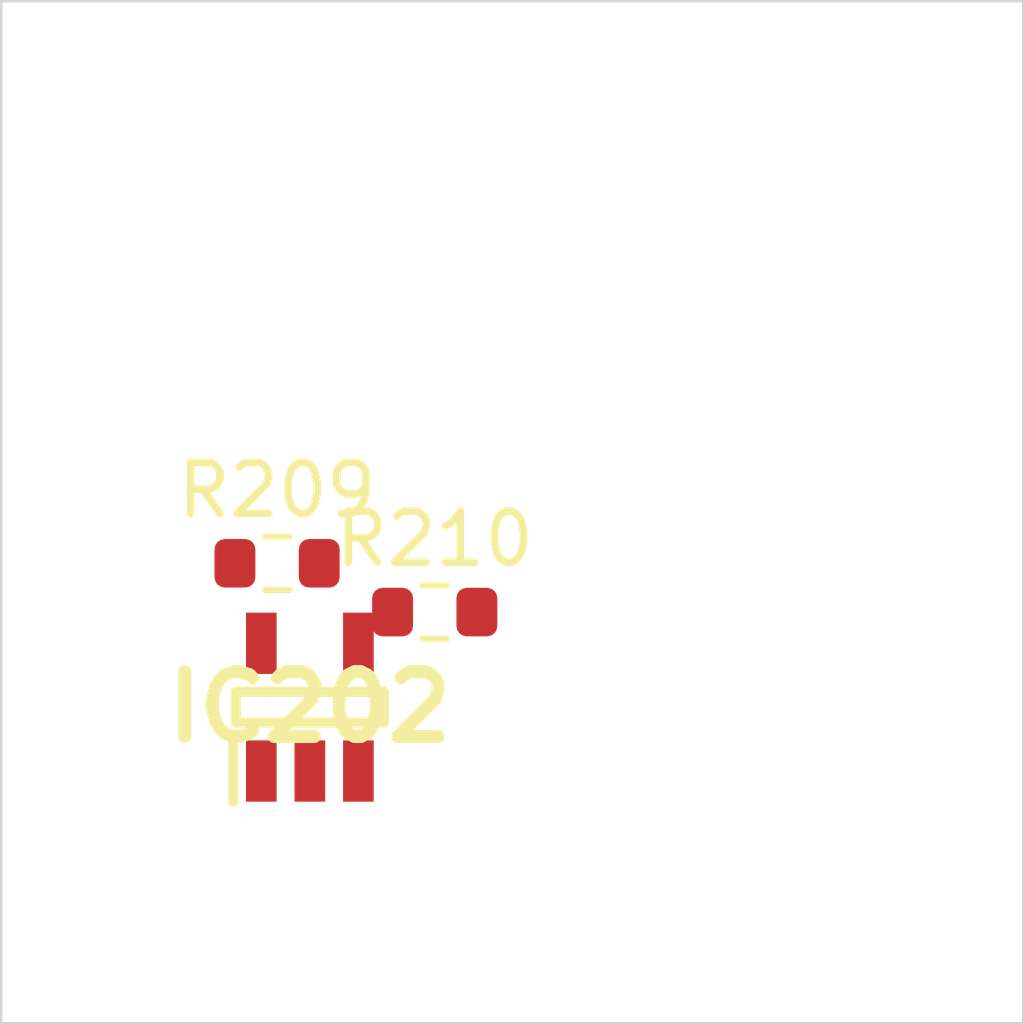
<source format=kicad_pcb>
 ( kicad_pcb  ( version 20171130 )
 ( host pcbnew 5.1.12-84ad8e8a86~92~ubuntu18.04.1 )
 ( general  ( thickness 1.6 )
 ( drawings 4 )
 ( tracks 0 )
 ( zones 0 )
 ( modules 3 )
 ( nets 5 )
)
 ( page A4 )
 ( layers  ( 0 F.Cu signal )
 ( 31 B.Cu signal )
 ( 32 B.Adhes user )
 ( 33 F.Adhes user )
 ( 34 B.Paste user )
 ( 35 F.Paste user )
 ( 36 B.SilkS user )
 ( 37 F.SilkS user )
 ( 38 B.Mask user )
 ( 39 F.Mask user )
 ( 40 Dwgs.User user )
 ( 41 Cmts.User user )
 ( 42 Eco1.User user )
 ( 43 Eco2.User user )
 ( 44 Edge.Cuts user )
 ( 45 Margin user )
 ( 46 B.CrtYd user )
 ( 47 F.CrtYd user )
 ( 48 B.Fab user )
 ( 49 F.Fab user )
)
 ( setup  ( last_trace_width 0.25 )
 ( trace_clearance 0.2 )
 ( zone_clearance 0.508 )
 ( zone_45_only no )
 ( trace_min 0.2 )
 ( via_size 0.8 )
 ( via_drill 0.4 )
 ( via_min_size 0.4 )
 ( via_min_drill 0.3 )
 ( uvia_size 0.3 )
 ( uvia_drill 0.1 )
 ( uvias_allowed no )
 ( uvia_min_size 0.2 )
 ( uvia_min_drill 0.1 )
 ( edge_width 0.05 )
 ( segment_width 0.2 )
 ( pcb_text_width 0.3 )
 ( pcb_text_size 1.5 1.5 )
 ( mod_edge_width 0.12 )
 ( mod_text_size 1 1 )
 ( mod_text_width 0.15 )
 ( pad_size 1.524 1.524 )
 ( pad_drill 0.762 )
 ( pad_to_mask_clearance 0 )
 ( aux_axis_origin 0 0 )
 ( visible_elements FFFFFF7F )
 ( pcbplotparams  ( layerselection 0x010fc_ffffffff )
 ( usegerberextensions false )
 ( usegerberattributes true )
 ( usegerberadvancedattributes true )
 ( creategerberjobfile true )
 ( excludeedgelayer true )
 ( linewidth 0.100000 )
 ( plotframeref false )
 ( viasonmask false )
 ( mode 1 )
 ( useauxorigin false )
 ( hpglpennumber 1 )
 ( hpglpenspeed 20 )
 ( hpglpendiameter 15.000000 )
 ( psnegative false )
 ( psa4output false )
 ( plotreference true )
 ( plotvalue true )
 ( plotinvisibletext false )
 ( padsonsilk false )
 ( subtractmaskfromsilk false )
 ( outputformat 1 )
 ( mirror false )
 ( drillshape 1 )
 ( scaleselection 1 )
 ( outputdirectory "" )
)
)
 ( net 0 "" )
 ( net 1 GND )
 ( net 2 VDDA )
 ( net 3 /Sheet6235D886/vp )
 ( net 4 "Net-(IC202-Pad3)" )
 ( net_class Default "This is the default net class."  ( clearance 0.2 )
 ( trace_width 0.25 )
 ( via_dia 0.8 )
 ( via_drill 0.4 )
 ( uvia_dia 0.3 )
 ( uvia_drill 0.1 )
 ( add_net /Sheet6235D886/vp )
 ( add_net GND )
 ( add_net "Net-(IC202-Pad3)" )
 ( add_net VDDA )
)
 ( module SOT95P280X145-5N locked  ( layer F.Cu )
 ( tedit 62336ED7 )
 ( tstamp 623423ED )
 ( at 86.038900 113.815000 90.000000 )
 ( descr DBV0005A )
 ( tags "Integrated Circuit" )
 ( path /6235D887/6266C08E )
 ( attr smd )
 ( fp_text reference IC202  ( at 0 0 )
 ( layer F.SilkS )
 ( effects  ( font  ( size 1.27 1.27 )
 ( thickness 0.254 )
)
)
)
 ( fp_text value TL071HIDBVR  ( at 0 0 )
 ( layer F.SilkS )
hide  ( effects  ( font  ( size 1.27 1.27 )
 ( thickness 0.254 )
)
)
)
 ( fp_line  ( start -1.85 -1.5 )
 ( end -0.65 -1.5 )
 ( layer F.SilkS )
 ( width 0.2 )
)
 ( fp_line  ( start -0.3 1.45 )
 ( end -0.3 -1.45 )
 ( layer F.SilkS )
 ( width 0.2 )
)
 ( fp_line  ( start 0.3 1.45 )
 ( end -0.3 1.45 )
 ( layer F.SilkS )
 ( width 0.2 )
)
 ( fp_line  ( start 0.3 -1.45 )
 ( end 0.3 1.45 )
 ( layer F.SilkS )
 ( width 0.2 )
)
 ( fp_line  ( start -0.3 -1.45 )
 ( end 0.3 -1.45 )
 ( layer F.SilkS )
 ( width 0.2 )
)
 ( fp_line  ( start -0.8 -0.5 )
 ( end 0.15 -1.45 )
 ( layer Dwgs.User )
 ( width 0.1 )
)
 ( fp_line  ( start -0.8 1.45 )
 ( end -0.8 -1.45 )
 ( layer Dwgs.User )
 ( width 0.1 )
)
 ( fp_line  ( start 0.8 1.45 )
 ( end -0.8 1.45 )
 ( layer Dwgs.User )
 ( width 0.1 )
)
 ( fp_line  ( start 0.8 -1.45 )
 ( end 0.8 1.45 )
 ( layer Dwgs.User )
 ( width 0.1 )
)
 ( fp_line  ( start -0.8 -1.45 )
 ( end 0.8 -1.45 )
 ( layer Dwgs.User )
 ( width 0.1 )
)
 ( fp_line  ( start -2.1 1.775 )
 ( end -2.1 -1.775 )
 ( layer Dwgs.User )
 ( width 0.05 )
)
 ( fp_line  ( start 2.1 1.775 )
 ( end -2.1 1.775 )
 ( layer Dwgs.User )
 ( width 0.05 )
)
 ( fp_line  ( start 2.1 -1.775 )
 ( end 2.1 1.775 )
 ( layer Dwgs.User )
 ( width 0.05 )
)
 ( fp_line  ( start -2.1 -1.775 )
 ( end 2.1 -1.775 )
 ( layer Dwgs.User )
 ( width 0.05 )
)
 ( pad 1 smd rect  ( at -1.25 -0.95 180.000000 )
 ( size 0.6 1.2 )
 ( layers F.Cu F.Mask F.Paste )
 ( net 3 /Sheet6235D886/vp )
)
 ( pad 2 smd rect  ( at -1.25 0 180.000000 )
 ( size 0.6 1.2 )
 ( layers F.Cu F.Mask F.Paste )
 ( net 1 GND )
)
 ( pad 3 smd rect  ( at -1.25 0.95 180.000000 )
 ( size 0.6 1.2 )
 ( layers F.Cu F.Mask F.Paste )
 ( net 4 "Net-(IC202-Pad3)" )
)
 ( pad 4 smd rect  ( at 1.25 0.95 180.000000 )
 ( size 0.6 1.2 )
 ( layers F.Cu F.Mask F.Paste )
 ( net 3 /Sheet6235D886/vp )
)
 ( pad 5 smd rect  ( at 1.25 -0.95 180.000000 )
 ( size 0.6 1.2 )
 ( layers F.Cu F.Mask F.Paste )
 ( net 2 VDDA )
)
)
 ( module Resistor_SMD:R_0603_1608Metric  ( layer F.Cu )
 ( tedit 5F68FEEE )
 ( tstamp 62342595 )
 ( at 85.398000 110.999000 )
 ( descr "Resistor SMD 0603 (1608 Metric), square (rectangular) end terminal, IPC_7351 nominal, (Body size source: IPC-SM-782 page 72, https://www.pcb-3d.com/wordpress/wp-content/uploads/ipc-sm-782a_amendment_1_and_2.pdf), generated with kicad-footprint-generator" )
 ( tags resistor )
 ( path /6235D887/623CDBD9 )
 ( attr smd )
 ( fp_text reference R209  ( at 0 -1.43 )
 ( layer F.SilkS )
 ( effects  ( font  ( size 1 1 )
 ( thickness 0.15 )
)
)
)
 ( fp_text value 100k  ( at 0 1.43 )
 ( layer F.Fab )
 ( effects  ( font  ( size 1 1 )
 ( thickness 0.15 )
)
)
)
 ( fp_line  ( start -0.8 0.4125 )
 ( end -0.8 -0.4125 )
 ( layer F.Fab )
 ( width 0.1 )
)
 ( fp_line  ( start -0.8 -0.4125 )
 ( end 0.8 -0.4125 )
 ( layer F.Fab )
 ( width 0.1 )
)
 ( fp_line  ( start 0.8 -0.4125 )
 ( end 0.8 0.4125 )
 ( layer F.Fab )
 ( width 0.1 )
)
 ( fp_line  ( start 0.8 0.4125 )
 ( end -0.8 0.4125 )
 ( layer F.Fab )
 ( width 0.1 )
)
 ( fp_line  ( start -0.237258 -0.5225 )
 ( end 0.237258 -0.5225 )
 ( layer F.SilkS )
 ( width 0.12 )
)
 ( fp_line  ( start -0.237258 0.5225 )
 ( end 0.237258 0.5225 )
 ( layer F.SilkS )
 ( width 0.12 )
)
 ( fp_line  ( start -1.48 0.73 )
 ( end -1.48 -0.73 )
 ( layer F.CrtYd )
 ( width 0.05 )
)
 ( fp_line  ( start -1.48 -0.73 )
 ( end 1.48 -0.73 )
 ( layer F.CrtYd )
 ( width 0.05 )
)
 ( fp_line  ( start 1.48 -0.73 )
 ( end 1.48 0.73 )
 ( layer F.CrtYd )
 ( width 0.05 )
)
 ( fp_line  ( start 1.48 0.73 )
 ( end -1.48 0.73 )
 ( layer F.CrtYd )
 ( width 0.05 )
)
 ( fp_text user %R  ( at 0 0 )
 ( layer F.Fab )
 ( effects  ( font  ( size 0.4 0.4 )
 ( thickness 0.06 )
)
)
)
 ( pad 1 smd roundrect  ( at -0.825 0 )
 ( size 0.8 0.95 )
 ( layers F.Cu F.Mask F.Paste )
 ( roundrect_rratio 0.25 )
 ( net 2 VDDA )
)
 ( pad 2 smd roundrect  ( at 0.825 0 )
 ( size 0.8 0.95 )
 ( layers F.Cu F.Mask F.Paste )
 ( roundrect_rratio 0.25 )
 ( net 4 "Net-(IC202-Pad3)" )
)
 ( model ${KISYS3DMOD}/Resistor_SMD.3dshapes/R_0603_1608Metric.wrl  ( at  ( xyz 0 0 0 )
)
 ( scale  ( xyz 1 1 1 )
)
 ( rotate  ( xyz 0 0 0 )
)
)
)
 ( module Resistor_SMD:R_0603_1608Metric  ( layer F.Cu )
 ( tedit 5F68FEEE )
 ( tstamp 623425A6 )
 ( at 88.483000 111.954000 )
 ( descr "Resistor SMD 0603 (1608 Metric), square (rectangular) end terminal, IPC_7351 nominal, (Body size source: IPC-SM-782 page 72, https://www.pcb-3d.com/wordpress/wp-content/uploads/ipc-sm-782a_amendment_1_and_2.pdf), generated with kicad-footprint-generator" )
 ( tags resistor )
 ( path /6235D887/623CDBDF )
 ( attr smd )
 ( fp_text reference R210  ( at 0 -1.43 )
 ( layer F.SilkS )
 ( effects  ( font  ( size 1 1 )
 ( thickness 0.15 )
)
)
)
 ( fp_text value 100k  ( at 0 1.43 )
 ( layer F.Fab )
 ( effects  ( font  ( size 1 1 )
 ( thickness 0.15 )
)
)
)
 ( fp_line  ( start 1.48 0.73 )
 ( end -1.48 0.73 )
 ( layer F.CrtYd )
 ( width 0.05 )
)
 ( fp_line  ( start 1.48 -0.73 )
 ( end 1.48 0.73 )
 ( layer F.CrtYd )
 ( width 0.05 )
)
 ( fp_line  ( start -1.48 -0.73 )
 ( end 1.48 -0.73 )
 ( layer F.CrtYd )
 ( width 0.05 )
)
 ( fp_line  ( start -1.48 0.73 )
 ( end -1.48 -0.73 )
 ( layer F.CrtYd )
 ( width 0.05 )
)
 ( fp_line  ( start -0.237258 0.5225 )
 ( end 0.237258 0.5225 )
 ( layer F.SilkS )
 ( width 0.12 )
)
 ( fp_line  ( start -0.237258 -0.5225 )
 ( end 0.237258 -0.5225 )
 ( layer F.SilkS )
 ( width 0.12 )
)
 ( fp_line  ( start 0.8 0.4125 )
 ( end -0.8 0.4125 )
 ( layer F.Fab )
 ( width 0.1 )
)
 ( fp_line  ( start 0.8 -0.4125 )
 ( end 0.8 0.4125 )
 ( layer F.Fab )
 ( width 0.1 )
)
 ( fp_line  ( start -0.8 -0.4125 )
 ( end 0.8 -0.4125 )
 ( layer F.Fab )
 ( width 0.1 )
)
 ( fp_line  ( start -0.8 0.4125 )
 ( end -0.8 -0.4125 )
 ( layer F.Fab )
 ( width 0.1 )
)
 ( fp_text user %R  ( at 0 0 )
 ( layer F.Fab )
 ( effects  ( font  ( size 0.4 0.4 )
 ( thickness 0.06 )
)
)
)
 ( pad 2 smd roundrect  ( at 0.825 0 )
 ( size 0.8 0.95 )
 ( layers F.Cu F.Mask F.Paste )
 ( roundrect_rratio 0.25 )
 ( net 1 GND )
)
 ( pad 1 smd roundrect  ( at -0.825 0 )
 ( size 0.8 0.95 )
 ( layers F.Cu F.Mask F.Paste )
 ( roundrect_rratio 0.25 )
 ( net 4 "Net-(IC202-Pad3)" )
)
 ( model ${KISYS3DMOD}/Resistor_SMD.3dshapes/R_0603_1608Metric.wrl  ( at  ( xyz 0 0 0 )
)
 ( scale  ( xyz 1 1 1 )
)
 ( rotate  ( xyz 0 0 0 )
)
)
)
 ( gr_line  ( start 100 100 )
 ( end 100 120 )
 ( layer Edge.Cuts )
 ( width 0.05 )
 ( tstamp 62E770C4 )
)
 ( gr_line  ( start 80 120 )
 ( end 100 120 )
 ( layer Edge.Cuts )
 ( width 0.05 )
 ( tstamp 62E770C0 )
)
 ( gr_line  ( start 80 100 )
 ( end 100 100 )
 ( layer Edge.Cuts )
 ( width 0.05 )
 ( tstamp 6234110C )
)
 ( gr_line  ( start 80 100 )
 ( end 80 120 )
 ( layer Edge.Cuts )
 ( width 0.05 )
)
)

</source>
